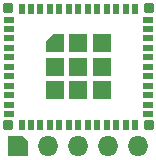
<source format=gbr>
%TF.GenerationSoftware,KiCad,Pcbnew,(6.0.5-0)*%
%TF.CreationDate,2022-06-27T15:27:31+01:00*%
%TF.ProjectId,Generic0,47656e65-7269-4633-902e-6b696361645f,1*%
%TF.SameCoordinates,Original*%
%TF.FileFunction,Soldermask,Top*%
%TF.FilePolarity,Negative*%
%FSLAX46Y46*%
G04 Gerber Fmt 4.6, Leading zero omitted, Abs format (unit mm)*
G04 Created by KiCad (PCBNEW (6.0.5-0)) date 2022-06-27 15:27:31*
%MOMM*%
%LPD*%
G01*
G04 APERTURE LIST*
G04 Aperture macros list*
%AMRoundRect*
0 Rectangle with rounded corners*
0 $1 Rounding radius*
0 $2 $3 $4 $5 $6 $7 $8 $9 X,Y pos of 4 corners*
0 Add a 4 corners polygon primitive as box body*
4,1,4,$2,$3,$4,$5,$6,$7,$8,$9,$2,$3,0*
0 Add four circle primitives for the rounded corners*
1,1,$1+$1,$2,$3*
1,1,$1+$1,$4,$5*
1,1,$1+$1,$6,$7*
1,1,$1+$1,$8,$9*
0 Add four rect primitives between the rounded corners*
20,1,$1+$1,$2,$3,$4,$5,0*
20,1,$1+$1,$4,$5,$6,$7,0*
20,1,$1+$1,$6,$7,$8,$9,0*
20,1,$1+$1,$8,$9,$2,$3,0*%
%AMFreePoly0*
4,1,14,0.732071,0.732071,0.735000,0.725000,0.735000,-0.725000,0.732071,-0.732071,0.725000,-0.735000,-0.725000,-0.735000,-0.732071,-0.732071,-0.735000,-0.725000,-0.735000,0.130500,-0.732071,0.137571,-0.137571,0.732071,-0.130500,0.735000,0.725000,0.735000,0.732071,0.732071,0.732071,0.732071,$1*%
%AMFreePoly1*
4,1,14,0.857071,0.857071,0.860000,0.850000,0.860000,-0.850000,0.857071,-0.857071,0.850000,-0.860000,-0.340000,-0.860000,-0.347071,-0.857071,-0.857071,-0.347071,-0.860000,-0.340000,-0.860000,0.850000,-0.857071,0.857071,-0.850000,0.860000,0.850000,0.860000,0.857071,0.857071,0.857071,0.857071,$1*%
G04 Aperture macros list end*
%ADD10RoundRect,0.010000X-0.400000X-0.200000X0.400000X-0.200000X0.400000X0.200000X-0.400000X0.200000X0*%
%ADD11RoundRect,0.010000X-0.200000X-0.400000X0.200000X-0.400000X0.200000X0.400000X-0.200000X0.400000X0*%
%ADD12RoundRect,0.010000X-0.725000X-0.725000X0.725000X-0.725000X0.725000X0.725000X-0.725000X0.725000X0*%
%ADD13FreePoly0,0.000000*%
%ADD14RoundRect,0.010000X-0.350000X-0.350000X0.350000X-0.350000X0.350000X0.350000X-0.350000X0.350000X0*%
%ADD15FreePoly1,180.000000*%
%ADD16O,1.720000X1.720000*%
G04 APERTURE END LIST*
D10*
%TO.C,U1*%
X94100000Y-40193250D03*
X94100000Y-40993250D03*
X94100000Y-41793250D03*
X94100000Y-42593250D03*
X94100000Y-43393250D03*
X94100000Y-44193250D03*
X94100000Y-44993250D03*
X94100000Y-45793250D03*
X94100000Y-46593250D03*
X94100000Y-47393250D03*
X94100000Y-48193250D03*
D11*
X95200000Y-49093250D03*
X96000000Y-49093250D03*
X96800000Y-49093250D03*
X97600000Y-49093250D03*
X98400000Y-49093250D03*
X99200000Y-49093250D03*
X100000000Y-49093250D03*
X100800000Y-49093250D03*
X101600000Y-49093250D03*
X102400000Y-49093250D03*
X103200000Y-49093250D03*
X104000000Y-49093250D03*
X104800000Y-49093250D03*
D10*
X105900000Y-48193250D03*
X105900000Y-47393250D03*
X105900000Y-46593250D03*
X105900000Y-45793250D03*
X105900000Y-44993250D03*
X105900000Y-44193250D03*
X105900000Y-43393250D03*
X105900000Y-42593250D03*
X105900000Y-41793250D03*
X105900000Y-40993250D03*
X105900000Y-40193250D03*
D11*
X104800000Y-39293250D03*
X104000000Y-39293250D03*
X103200000Y-39293250D03*
X102400000Y-39293250D03*
X101600000Y-39293250D03*
X100800000Y-39293250D03*
X100000000Y-39293250D03*
X99200000Y-39293250D03*
X98400000Y-39293250D03*
X97600000Y-39293250D03*
X96800000Y-39293250D03*
X96000000Y-39293250D03*
X95200000Y-39293250D03*
D12*
X101975000Y-42218250D03*
X100000000Y-44193250D03*
X100000000Y-46168250D03*
D13*
X98025000Y-42218250D03*
D12*
X101975000Y-44193250D03*
X101975000Y-46168250D03*
X98025000Y-46168250D03*
X98025000Y-44193250D03*
X100000000Y-42218250D03*
D14*
X105950000Y-39243250D03*
X105950000Y-49143250D03*
X94050000Y-49143250D03*
X94050000Y-39243250D03*
%TD*%
D15*
%TO.C,J1*%
X94920000Y-50900000D03*
D16*
X97460000Y-50900000D03*
X100000000Y-50900000D03*
X102540000Y-50900000D03*
X105080000Y-50900000D03*
%TD*%
M02*

</source>
